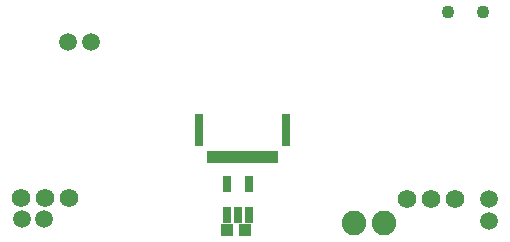
<source format=gbr>
G04 EAGLE Gerber RS-274X export*
G75*
%MOMM*%
%FSLAX34Y34*%
%LPD*%
%INSoldermask Bottom*%
%IPPOS*%
%AMOC8*
5,1,8,0,0,1.08239X$1,22.5*%
G01*
%ADD10C,1.562800*%
%ADD11C,2.082800*%
%ADD12R,0.753200X1.403200*%
%ADD13R,1.003200X1.003200*%
%ADD14R,0.553200X1.003200*%
%ADD15R,0.803200X2.803200*%
%ADD16C,1.512800*%
%ADD17C,1.103200*%


D10*
X383700Y41840D03*
X404020Y41840D03*
X424340Y41840D03*
X97500Y42290D03*
X77180Y42290D03*
X56860Y42290D03*
D11*
X338780Y21660D03*
X364180Y21660D03*
D12*
X249560Y28429D03*
X240060Y28429D03*
X230560Y28429D03*
X230560Y54431D03*
X249560Y54431D03*
D13*
X246410Y15240D03*
X231170Y15240D03*
D14*
X271500Y77000D03*
X266500Y77000D03*
X261500Y77000D03*
X256500Y77000D03*
X251500Y77000D03*
X246500Y77000D03*
X241500Y77000D03*
X236500Y77000D03*
X231500Y77000D03*
X226500Y77000D03*
X221500Y77000D03*
X216500Y77000D03*
D15*
X280500Y100000D03*
X207500Y100000D03*
D16*
X452910Y41910D03*
X452910Y22860D03*
X115570Y174470D03*
X96520Y174470D03*
X57178Y24384D03*
X76228Y24384D03*
D17*
X418070Y200180D03*
X448070Y200180D03*
M02*

</source>
